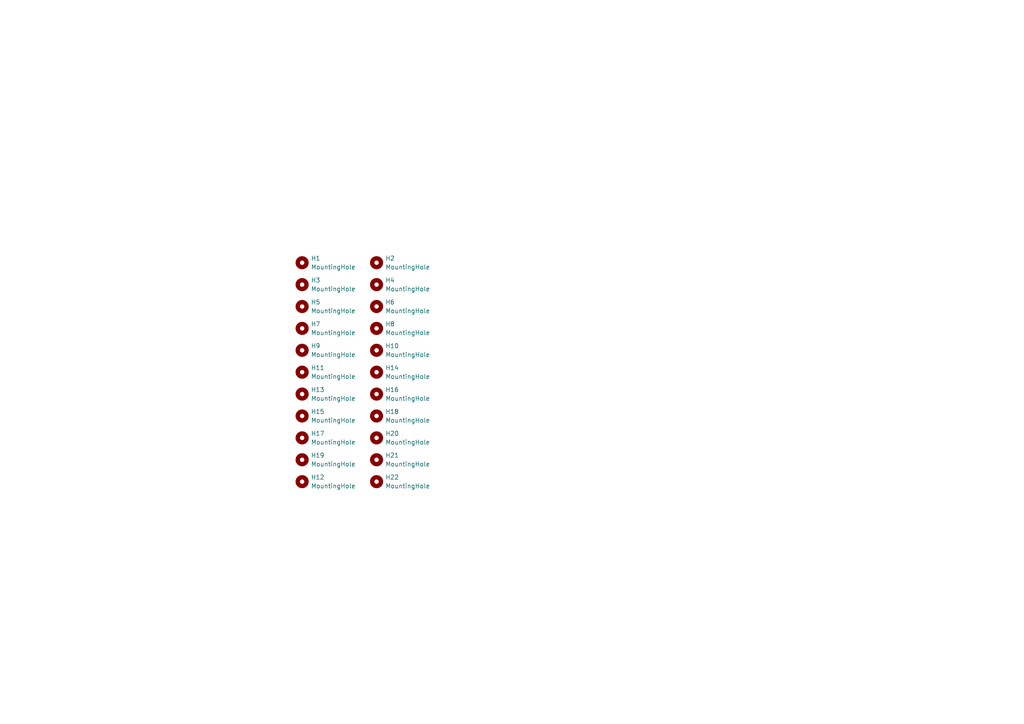
<source format=kicad_sch>
(kicad_sch (version 20230121) (generator eeschema)
  (paper "A4")
  (title_block (title "capybully") (date "2023-07-18") (rev "0.1") (company "sporkus"))
  (lib_symbols
    (symbol "Mechanical:MountingHole" (pin_names (offset 1.016))
      (property "Reference" "H" (at 0 5.08 0))
      (property "Value" "MountingHole" (at 0 3.175 0))
      (symbol "MountingHole_0_1"
        (circle (center 0 0) (radius 1.27) (stroke (width 1.27)))
      )
    )
  )
  (symbol (lib_id "Mechanical:MountingHole") (at 87.63 95.25 0) (unit 1)
    (property "Reference" "H7" (at 90.17 93.98 0) (effects (justify left)))
    (property "Value" "MountingHole" (at 90.17 96.52 0) (effects (justify left)))
    (property "Footprint" "MountingHole:MountingHole_2.2mm_M2_DIN965" (effects hide))
  )
  (symbol (lib_id "Mechanical:MountingHole") (at 109.22 133.35 0) (unit 1)
    (property "Reference" "H21" (at 111.76 132.08 0) (effects (justify left)))
    (property "Value" "MountingHole" (at 111.76 134.62 0) (effects (justify left)))
    (property "Footprint" "MountingHole:MountingHole_2.2mm_M2_DIN965" (effects hide))
  )
  (symbol (lib_id "Mechanical:MountingHole") (at 87.63 120.65 0) (unit 1)
    (property "Reference" "H15" (at 90.17 119.38 0) (effects (justify left)))
    (property "Value" "MountingHole" (at 90.17 121.92 0) (effects (justify left)))
    (property "Footprint" "MountingHole:MountingHole_2.2mm_M2_DIN965" (effects hide))
  )
  (symbol (lib_id "Mechanical:MountingHole") (at 109.22 127 0) (unit 1)
    (property "Reference" "H20" (at 111.76 125.73 0) (effects (justify left)))
    (property "Value" "MountingHole" (at 111.76 128.27 0) (effects (justify left)))
    (property "Footprint" "MountingHole:MountingHole_2.2mm_M2_DIN965" (effects hide))
  )
  (symbol (lib_id "Mechanical:MountingHole") (at 87.63 107.95 0) (unit 1)
    (property "Reference" "H11" (at 90.17 106.68 0) (effects (justify left)))
    (property "Value" "MountingHole" (at 90.17 109.22 0) (effects (justify left)))
    (property "Footprint" "MountingHole:MountingHole_2.2mm_M2_DIN965" (effects hide))
  )
  (symbol (lib_id "Mechanical:MountingHole") (at 87.63 101.6 0) (unit 1)
    (property "Reference" "H9" (at 90.17 100.33 0) (effects (justify left)))
    (property "Value" "MountingHole" (at 90.17 102.87 0) (effects (justify left)))
    (property "Footprint" "MountingHole:MountingHole_2.2mm_M2_DIN965" (effects hide))
  )
  (symbol (lib_id "Mechanical:MountingHole") (at 109.22 101.6 0) (unit 1)
    (property "Reference" "H10" (at 111.76 100.33 0) (effects (justify left)))
    (property "Value" "MountingHole" (at 111.76 102.87 0) (effects (justify left)))
    (property "Footprint" "MountingHole:MountingHole_2.2mm_M2_DIN965" (effects hide))
  )
  (symbol (lib_id "Mechanical:MountingHole") (at 87.63 76.2 0) (unit 1)
    (property "Reference" "H1" (at 90.17 74.93 0) (effects (justify left)))
    (property "Value" "MountingHole" (at 90.17 77.47 0) (effects (justify left)))
    (property "Footprint" "MountingHole:MountingHole_2.2mm_M2_DIN965" (effects hide))
  )
  (symbol (lib_id "Mechanical:MountingHole") (at 109.22 95.25 0) (unit 1)
    (property "Reference" "H8" (at 111.76 93.98 0) (effects (justify left)))
    (property "Value" "MountingHole" (at 111.76 96.52 0) (effects (justify left)))
    (property "Footprint" "MountingHole:MountingHole_2.2mm_M2_DIN965" (effects hide))
  )
  (symbol (lib_id "Mechanical:MountingHole") (at 87.63 88.9 0) (unit 1)
    (property "Reference" "H5" (at 90.17 87.63 0) (effects (justify left)))
    (property "Value" "MountingHole" (at 90.17 90.17 0) (effects (justify left)))
    (property "Footprint" "MountingHole:MountingHole_2.2mm_M2_DIN965" (effects hide))
  )
  (symbol (lib_id "Mechanical:MountingHole") (at 109.22 120.65 0) (unit 1)
    (property "Reference" "H18" (at 111.76 119.38 0) (effects (justify left)))
    (property "Value" "MountingHole" (at 111.76 121.92 0) (effects (justify left)))
    (property "Footprint" "MountingHole:MountingHole_2.2mm_M2_DIN965" (effects hide))
  )
  (symbol (lib_id "Mechanical:MountingHole") (at 87.63 139.7 0) (unit 1)
    (property "Reference" "H12" (at 90.17 138.43 0) (effects (justify left)))
    (property "Value" "MountingHole" (at 90.17 140.97 0) (effects (justify left)))
    (property "Footprint" "MountingHole:MountingHole_2.2mm_M2_DIN965" (effects hide))
  )
  (symbol (lib_id "Mechanical:MountingHole") (at 109.22 139.7 0) (unit 1)
    (property "Reference" "H22" (at 111.76 138.43 0) (effects (justify left)))
    (property "Value" "MountingHole" (at 111.76 140.97 0) (effects (justify left)))
    (property "Footprint" "MountingHole:MountingHole_2.2mm_M2_DIN965" (effects hide))
  )
  (symbol (lib_id "Mechanical:MountingHole") (at 87.63 82.55 0) (unit 1)
    (property "Reference" "H3" (at 90.17 81.28 0) (effects (justify left)))
    (property "Value" "MountingHole" (at 90.17 83.82 0) (effects (justify left)))
    (property "Footprint" "MountingHole:MountingHole_2.2mm_M2_DIN965" (effects hide))
  )
  (symbol (lib_id "Mechanical:MountingHole") (at 87.63 133.35 0) (unit 1)
    (property "Reference" "H19" (at 90.17 132.08 0) (effects (justify left)))
    (property "Value" "MountingHole" (at 90.17 134.62 0) (effects (justify left)))
    (property "Footprint" "MountingHole:MountingHole_2.2mm_M2_DIN965" (effects hide))
  )
  (symbol (lib_id "Mechanical:MountingHole") (at 109.22 76.2 0) (unit 1)
    (property "Reference" "H2" (at 111.76 74.93 0) (effects (justify left)))
    (property "Value" "MountingHole" (at 111.76 77.47 0) (effects (justify left)))
    (property "Footprint" "MountingHole:MountingHole_2.2mm_M2_DIN965" (effects hide))
  )
  (symbol (lib_id "Mechanical:MountingHole") (at 87.63 127 0) (unit 1)
    (property "Reference" "H17" (at 90.17 125.73 0) (effects (justify left)))
    (property "Value" "MountingHole" (at 90.17 128.27 0) (effects (justify left)))
    (property "Footprint" "MountingHole:MountingHole_2.2mm_M2_DIN965" (effects hide))
  )
  (symbol (lib_id "Mechanical:MountingHole") (at 87.63 114.3 0) (unit 1)
    (property "Reference" "H13" (at 90.17 113.03 0) (effects (justify left)))
    (property "Value" "MountingHole" (at 90.17 115.57 0) (effects (justify left)))
    (property "Footprint" "MountingHole:MountingHole_2.2mm_M2_DIN965" (effects hide))
  )
  (symbol (lib_id "Mechanical:MountingHole") (at 109.22 88.9 0) (unit 1)
    (property "Reference" "H6" (at 111.76 87.63 0) (effects (justify left)))
    (property "Value" "MountingHole" (at 111.76 90.17 0) (effects (justify left)))
    (property "Footprint" "MountingHole:MountingHole_2.2mm_M2_DIN965" (effects hide))
  )
  (symbol (lib_id "Mechanical:MountingHole") (at 109.22 114.3 0) (unit 1)
    (property "Reference" "H16" (at 111.76 113.03 0) (effects (justify left)))
    (property "Value" "MountingHole" (at 111.76 115.57 0) (effects (justify left)))
    (property "Footprint" "MountingHole:MountingHole_2.2mm_M2_DIN965" (effects hide))
  )
  (symbol (lib_id "Mechanical:MountingHole") (at 109.22 107.95 0) (unit 1)
    (property "Reference" "H14" (at 111.76 106.68 0) (effects (justify left)))
    (property "Value" "MountingHole" (at 111.76 109.22 0) (effects (justify left)))
    (property "Footprint" "MountingHole:MountingHole_2.2mm_M2_DIN965" (effects hide))
  )
  (symbol (lib_id "Mechanical:MountingHole") (at 109.22 82.55 0) (unit 1)
    (property "Reference" "H4" (at 111.76 81.28 0) (effects (justify left)))
    (property "Value" "MountingHole" (at 111.76 83.82 0) (effects (justify left)))
    (property "Footprint" "MountingHole:MountingHole_2.2mm_M2_DIN965" (effects hide))
  )
)
</source>
